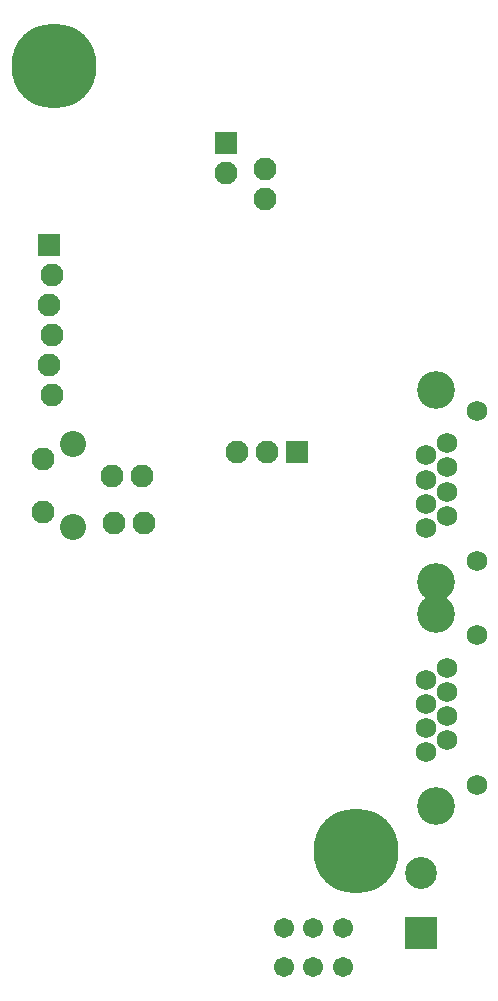
<source format=gbs>
G04*
G04 #@! TF.GenerationSoftware,Altium Limited,Altium Designer,20.0.11 (256)*
G04*
G04 Layer_Color=16711935*
%FSLAX25Y25*%
%MOIN*%
G70*
G01*
G75*
%ADD58C,0.07690*%
%ADD59R,0.07690X0.07690*%
%ADD60R,0.10642X0.10642*%
%ADD61C,0.10642*%
%ADD62R,0.07690X0.07690*%
%ADD63C,0.06706*%
%ADD64C,0.08674*%
%ADD65C,0.06800*%
%ADD66C,0.12611*%
%ADD67C,0.28359*%
D58*
X12992Y195433D02*
D03*
X11811Y205433D02*
D03*
X12992Y215433D02*
D03*
X11811Y225433D02*
D03*
X12992Y235433D02*
D03*
X74646Y176378D02*
D03*
X84646D02*
D03*
X84055Y260870D02*
D03*
Y270869D02*
D03*
X33543Y152756D02*
D03*
X43543D02*
D03*
X33133Y168350D02*
D03*
X43133D02*
D03*
X70866Y269291D02*
D03*
X10059Y156496D02*
D03*
Y174213D02*
D03*
D59*
X11811Y245433D02*
D03*
X70866Y279291D02*
D03*
D60*
X135906Y16220D02*
D03*
D61*
Y36220D02*
D03*
D62*
X94646Y176378D02*
D03*
D63*
X109843Y4724D02*
D03*
X100000D02*
D03*
X90158D02*
D03*
X109843Y17717D02*
D03*
X100000D02*
D03*
X90158D02*
D03*
D64*
X19862Y151555D02*
D03*
Y179154D02*
D03*
D65*
X144488Y179292D02*
D03*
X137480Y175276D02*
D03*
X144488Y171261D02*
D03*
X137480Y167245D02*
D03*
X144488Y163229D02*
D03*
X137480Y159213D02*
D03*
X144488Y155198D02*
D03*
X137480Y151182D02*
D03*
X154488Y140198D02*
D03*
Y190198D02*
D03*
X144488Y104489D02*
D03*
X137480Y100473D02*
D03*
X144488Y96457D02*
D03*
X137480Y92442D02*
D03*
X144488Y88426D02*
D03*
X137480Y84410D02*
D03*
X144488Y80395D02*
D03*
X137480Y76379D02*
D03*
X154488Y65395D02*
D03*
Y115395D02*
D03*
D66*
X140984Y133190D02*
D03*
Y197206D02*
D03*
Y58387D02*
D03*
Y122402D02*
D03*
D67*
X13780Y305118D02*
D03*
X114173Y43307D02*
D03*
M02*

</source>
